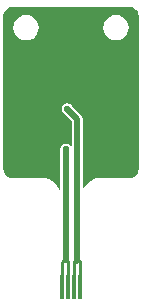
<source format=gbl>
G04 Layer_Physical_Order=2*
G04 Layer_Color=16711680*
%FSLAX25Y25*%
%MOIN*%
G70*
G01*
G75*
%ADD14C,0.02000*%
%ADD15C,0.02200*%
%ADD16R,0.01378X0.07874*%
%ADD17C,0.01000*%
G36*
X23384Y97387D02*
X23384D01*
X24125Y97290D01*
X24815Y97004D01*
X25407Y96549D01*
X25862Y95956D01*
X26148Y95266D01*
X26245Y94526D01*
X26250D01*
Y43345D01*
X26245D01*
X26148Y42604D01*
X25862Y41914D01*
X25407Y41321D01*
X24815Y40867D01*
X24125Y40581D01*
X23384Y40483D01*
Y40478D01*
X12518D01*
X12290Y40433D01*
X12286Y40450D01*
X12117Y40399D01*
X12108Y40397D01*
X12105Y40395D01*
X11264Y40140D01*
X10199Y39570D01*
X9265Y38804D01*
X8499Y37870D01*
X8070Y37069D01*
X7585Y37190D01*
Y41987D01*
X7687Y42500D01*
X7585Y43013D01*
Y60227D01*
X7446Y60929D01*
X7048Y61524D01*
X4174Y64398D01*
X3884Y64833D01*
X3255Y65253D01*
X2514Y65400D01*
X1772Y65253D01*
X1144Y64833D01*
X724Y64204D01*
X577Y63463D01*
X724Y62721D01*
X1144Y62093D01*
X1578Y61803D01*
X3915Y59466D01*
Y51236D01*
X3436Y51090D01*
X3298Y51298D01*
X2702Y51696D01*
X2000Y51835D01*
X1298Y51696D01*
X702Y51298D01*
X304Y50702D01*
X165Y50000D01*
Y36417D01*
X-330Y36343D01*
X-461Y36776D01*
X-1034Y37847D01*
X-1804Y38785D01*
X-2742Y39555D01*
X-3813Y40128D01*
X-4896Y40457D01*
X-4901Y40435D01*
X-5120Y40478D01*
X-15986D01*
Y40483D01*
X-16727Y40581D01*
X-17417Y40867D01*
X-18010Y41321D01*
X-18464Y41914D01*
X-18750Y42604D01*
X-18848Y43345D01*
Y43345D01*
X-18853D01*
Y94526D01*
X-18848D01*
X-18750Y95266D01*
X-18464Y95956D01*
X-18010Y96549D01*
X-17417Y97004D01*
X-16727Y97290D01*
X-15986Y97387D01*
Y97392D01*
X23384D01*
Y97387D01*
D02*
G37*
%LPC*%
G36*
X-11262Y94823D02*
X-12358Y94678D01*
X-13379Y94255D01*
X-14256Y93582D01*
X-14928Y92706D01*
X-15351Y91685D01*
X-15496Y90589D01*
X-15351Y89493D01*
X-14928Y88472D01*
X-14256Y87595D01*
X-13379Y86922D01*
X-12358Y86499D01*
X-11262Y86355D01*
X-10166Y86499D01*
X-9145Y86922D01*
X-8268Y87595D01*
X-7595Y88472D01*
X-7172Y89493D01*
X-7028Y90589D01*
X-7172Y91685D01*
X-7595Y92706D01*
X-8268Y93582D01*
X-9145Y94255D01*
X-10166Y94678D01*
X-11262Y94823D01*
D02*
G37*
G36*
X18659D02*
X17564Y94678D01*
X16543Y94255D01*
X15666Y93582D01*
X14993Y92706D01*
X14570Y91685D01*
X14426Y90589D01*
X14570Y89493D01*
X14993Y88472D01*
X15666Y87595D01*
X16543Y86922D01*
X17564Y86499D01*
X18659Y86355D01*
X19755Y86499D01*
X20776Y86922D01*
X21653Y87595D01*
X22326Y88472D01*
X22749Y89493D01*
X22893Y90589D01*
X22749Y91685D01*
X22326Y92706D01*
X21653Y93582D01*
X20776Y94255D01*
X19755Y94678D01*
X18659Y94823D01*
D02*
G37*
%LPD*%
D14*
X2514Y63463D02*
X5750Y60227D01*
Y12807D02*
Y42500D01*
Y60227D01*
X2000Y13000D02*
Y50000D01*
D15*
Y15500D02*
D03*
Y23500D02*
D03*
Y27500D02*
D03*
X2514Y63463D02*
D03*
X-15213Y76976D02*
D03*
Y73876D02*
D03*
Y70776D02*
D03*
Y61476D02*
D03*
Y64576D02*
D03*
Y67676D02*
D03*
X21787D02*
D03*
Y64576D02*
D03*
Y61476D02*
D03*
Y70776D02*
D03*
Y73876D02*
D03*
Y76976D02*
D03*
X5750Y42500D02*
D03*
X24494Y50356D02*
D03*
X2000Y50000D02*
D03*
Y19500D02*
D03*
Y31500D02*
D03*
D16*
X787Y4134D02*
D03*
X2756D02*
D03*
X4724D02*
D03*
X6693D02*
D03*
D17*
X787D02*
Y12287D01*
X1500Y13000D01*
X2756Y4134D02*
Y12756D01*
X2511Y13000D02*
X2756Y12756D01*
X4724Y4134D02*
Y12724D01*
X6693Y4134D02*
Y12807D01*
X4724Y12724D02*
X4807Y12807D01*
X5750D01*
X6693D01*
X1500Y13000D02*
X2000D01*
X2511D01*
M02*

</source>
